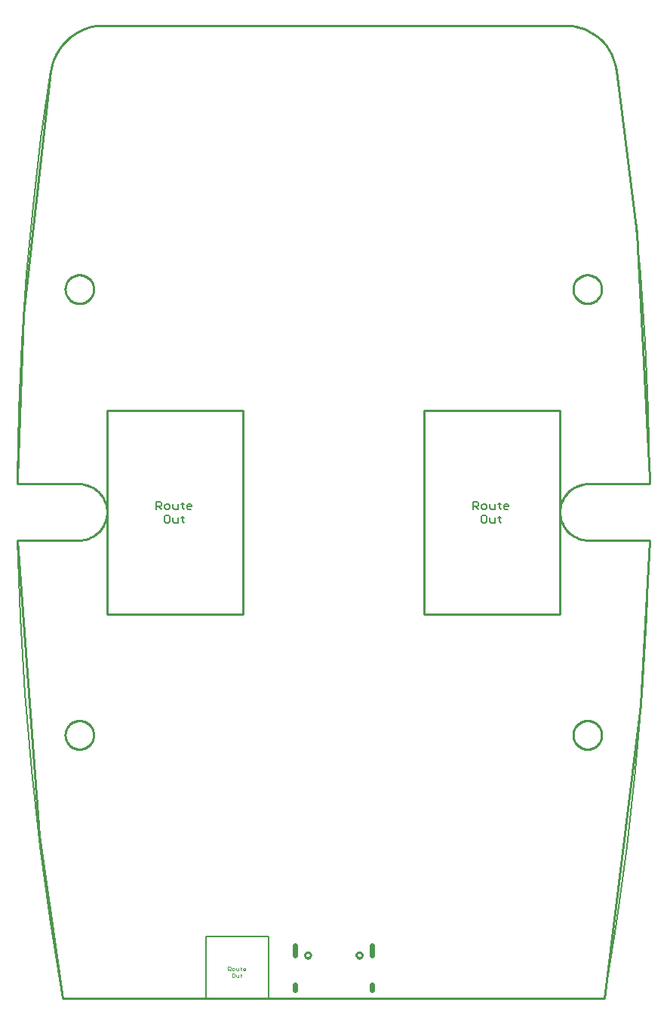
<source format=gko>
G04 EAGLE Gerber RS-274X export*
G75*
%MOMM*%
%FSLAX34Y34*%
%LPD*%
%IN*%
%IPPOS*%
%AMOC8*
5,1,8,0,0,1.08239X$1,22.5*%
G01*
%ADD10C,0.254000*%
%ADD11C,0.152400*%
%ADD12C,0.000000*%
%ADD13C,0.600000*%
%ADD14C,0.076200*%
%ADD15C,0.203200*%
%ADD16C,0.254000*%


D10*
X101600Y660400D02*
X254000Y660400D01*
X254000Y431800D01*
X101600Y431800D01*
X101600Y660400D01*
X457200Y660400D02*
X609600Y660400D01*
X609600Y431800D01*
X457200Y431800D01*
X457200Y660400D01*
D11*
X156733Y558045D02*
X156733Y549402D01*
X156733Y558045D02*
X161055Y558045D01*
X162495Y556605D01*
X162495Y553724D01*
X161055Y552283D01*
X156733Y552283D01*
X159614Y552283D02*
X162495Y549402D01*
X167529Y549402D02*
X170410Y549402D01*
X171851Y550843D01*
X171851Y553724D01*
X170410Y555164D01*
X167529Y555164D01*
X166088Y553724D01*
X166088Y550843D01*
X167529Y549402D01*
X175444Y550843D02*
X175444Y555164D01*
X175444Y550843D02*
X176884Y549402D01*
X181206Y549402D01*
X181206Y555164D01*
X186239Y556605D02*
X186239Y550843D01*
X187680Y549402D01*
X187680Y555164D02*
X184799Y555164D01*
X192476Y549402D02*
X195357Y549402D01*
X192476Y549402D02*
X191036Y550843D01*
X191036Y553724D01*
X192476Y555164D01*
X195357Y555164D01*
X196798Y553724D01*
X196798Y552283D01*
X191036Y552283D01*
X170410Y542805D02*
X167529Y542805D01*
X166088Y541365D01*
X166088Y535603D01*
X167529Y534162D01*
X170410Y534162D01*
X171851Y535603D01*
X171851Y541365D01*
X170410Y542805D01*
X175444Y539924D02*
X175444Y535603D01*
X176884Y534162D01*
X181206Y534162D01*
X181206Y539924D01*
X186239Y541365D02*
X186239Y535603D01*
X187680Y534162D01*
X187680Y539924D02*
X184799Y539924D01*
X512333Y549402D02*
X512333Y558045D01*
X516655Y558045D01*
X518095Y556605D01*
X518095Y553724D01*
X516655Y552283D01*
X512333Y552283D01*
X515214Y552283D02*
X518095Y549402D01*
X523129Y549402D02*
X526010Y549402D01*
X527451Y550843D01*
X527451Y553724D01*
X526010Y555164D01*
X523129Y555164D01*
X521688Y553724D01*
X521688Y550843D01*
X523129Y549402D01*
X531044Y550843D02*
X531044Y555164D01*
X531044Y550843D02*
X532484Y549402D01*
X536806Y549402D01*
X536806Y555164D01*
X541839Y556605D02*
X541839Y550843D01*
X543280Y549402D01*
X543280Y555164D02*
X540399Y555164D01*
X548076Y549402D02*
X550957Y549402D01*
X548076Y549402D02*
X546636Y550843D01*
X546636Y553724D01*
X548076Y555164D01*
X550957Y555164D01*
X552398Y553724D01*
X552398Y552283D01*
X546636Y552283D01*
X526010Y542805D02*
X523129Y542805D01*
X521688Y541365D01*
X521688Y535603D01*
X523129Y534162D01*
X526010Y534162D01*
X527451Y535603D01*
X527451Y541365D01*
X526010Y542805D01*
X531044Y539924D02*
X531044Y535603D01*
X532484Y534162D01*
X536806Y534162D01*
X536806Y539924D01*
X541839Y541365D02*
X541839Y535603D01*
X543280Y534162D01*
X543280Y539924D02*
X540399Y539924D01*
D12*
X323450Y49050D02*
X323452Y49163D01*
X323458Y49277D01*
X323468Y49390D01*
X323482Y49502D01*
X323499Y49614D01*
X323521Y49726D01*
X323547Y49836D01*
X323576Y49946D01*
X323609Y50054D01*
X323646Y50162D01*
X323687Y50267D01*
X323731Y50372D01*
X323779Y50475D01*
X323830Y50576D01*
X323885Y50675D01*
X323944Y50772D01*
X324006Y50867D01*
X324071Y50960D01*
X324139Y51051D01*
X324210Y51139D01*
X324285Y51225D01*
X324362Y51308D01*
X324442Y51388D01*
X324525Y51465D01*
X324611Y51540D01*
X324699Y51611D01*
X324790Y51679D01*
X324883Y51744D01*
X324978Y51806D01*
X325075Y51865D01*
X325174Y51920D01*
X325275Y51971D01*
X325378Y52019D01*
X325483Y52063D01*
X325588Y52104D01*
X325696Y52141D01*
X325804Y52174D01*
X325914Y52203D01*
X326024Y52229D01*
X326136Y52251D01*
X326248Y52268D01*
X326360Y52282D01*
X326473Y52292D01*
X326587Y52298D01*
X326700Y52300D01*
X326813Y52298D01*
X326927Y52292D01*
X327040Y52282D01*
X327152Y52268D01*
X327264Y52251D01*
X327376Y52229D01*
X327486Y52203D01*
X327596Y52174D01*
X327704Y52141D01*
X327812Y52104D01*
X327917Y52063D01*
X328022Y52019D01*
X328125Y51971D01*
X328226Y51920D01*
X328325Y51865D01*
X328422Y51806D01*
X328517Y51744D01*
X328610Y51679D01*
X328701Y51611D01*
X328789Y51540D01*
X328875Y51465D01*
X328958Y51388D01*
X329038Y51308D01*
X329115Y51225D01*
X329190Y51139D01*
X329261Y51051D01*
X329329Y50960D01*
X329394Y50867D01*
X329456Y50772D01*
X329515Y50675D01*
X329570Y50576D01*
X329621Y50475D01*
X329669Y50372D01*
X329713Y50267D01*
X329754Y50162D01*
X329791Y50054D01*
X329824Y49946D01*
X329853Y49836D01*
X329879Y49726D01*
X329901Y49614D01*
X329918Y49502D01*
X329932Y49390D01*
X329942Y49277D01*
X329948Y49163D01*
X329950Y49050D01*
X329948Y48937D01*
X329942Y48823D01*
X329932Y48710D01*
X329918Y48598D01*
X329901Y48486D01*
X329879Y48374D01*
X329853Y48264D01*
X329824Y48154D01*
X329791Y48046D01*
X329754Y47938D01*
X329713Y47833D01*
X329669Y47728D01*
X329621Y47625D01*
X329570Y47524D01*
X329515Y47425D01*
X329456Y47328D01*
X329394Y47233D01*
X329329Y47140D01*
X329261Y47049D01*
X329190Y46961D01*
X329115Y46875D01*
X329038Y46792D01*
X328958Y46712D01*
X328875Y46635D01*
X328789Y46560D01*
X328701Y46489D01*
X328610Y46421D01*
X328517Y46356D01*
X328422Y46294D01*
X328325Y46235D01*
X328226Y46180D01*
X328125Y46129D01*
X328022Y46081D01*
X327917Y46037D01*
X327812Y45996D01*
X327704Y45959D01*
X327596Y45926D01*
X327486Y45897D01*
X327376Y45871D01*
X327264Y45849D01*
X327152Y45832D01*
X327040Y45818D01*
X326927Y45808D01*
X326813Y45802D01*
X326700Y45800D01*
X326587Y45802D01*
X326473Y45808D01*
X326360Y45818D01*
X326248Y45832D01*
X326136Y45849D01*
X326024Y45871D01*
X325914Y45897D01*
X325804Y45926D01*
X325696Y45959D01*
X325588Y45996D01*
X325483Y46037D01*
X325378Y46081D01*
X325275Y46129D01*
X325174Y46180D01*
X325075Y46235D01*
X324978Y46294D01*
X324883Y46356D01*
X324790Y46421D01*
X324699Y46489D01*
X324611Y46560D01*
X324525Y46635D01*
X324442Y46712D01*
X324362Y46792D01*
X324285Y46875D01*
X324210Y46961D01*
X324139Y47049D01*
X324071Y47140D01*
X324006Y47233D01*
X323944Y47328D01*
X323885Y47425D01*
X323830Y47524D01*
X323779Y47625D01*
X323731Y47728D01*
X323687Y47833D01*
X323646Y47938D01*
X323609Y48046D01*
X323576Y48154D01*
X323547Y48264D01*
X323521Y48374D01*
X323499Y48486D01*
X323482Y48598D01*
X323468Y48710D01*
X323458Y48823D01*
X323452Y48937D01*
X323450Y49050D01*
X381250Y49050D02*
X381252Y49163D01*
X381258Y49277D01*
X381268Y49390D01*
X381282Y49502D01*
X381299Y49614D01*
X381321Y49726D01*
X381347Y49836D01*
X381376Y49946D01*
X381409Y50054D01*
X381446Y50162D01*
X381487Y50267D01*
X381531Y50372D01*
X381579Y50475D01*
X381630Y50576D01*
X381685Y50675D01*
X381744Y50772D01*
X381806Y50867D01*
X381871Y50960D01*
X381939Y51051D01*
X382010Y51139D01*
X382085Y51225D01*
X382162Y51308D01*
X382242Y51388D01*
X382325Y51465D01*
X382411Y51540D01*
X382499Y51611D01*
X382590Y51679D01*
X382683Y51744D01*
X382778Y51806D01*
X382875Y51865D01*
X382974Y51920D01*
X383075Y51971D01*
X383178Y52019D01*
X383283Y52063D01*
X383388Y52104D01*
X383496Y52141D01*
X383604Y52174D01*
X383714Y52203D01*
X383824Y52229D01*
X383936Y52251D01*
X384048Y52268D01*
X384160Y52282D01*
X384273Y52292D01*
X384387Y52298D01*
X384500Y52300D01*
X384613Y52298D01*
X384727Y52292D01*
X384840Y52282D01*
X384952Y52268D01*
X385064Y52251D01*
X385176Y52229D01*
X385286Y52203D01*
X385396Y52174D01*
X385504Y52141D01*
X385612Y52104D01*
X385717Y52063D01*
X385822Y52019D01*
X385925Y51971D01*
X386026Y51920D01*
X386125Y51865D01*
X386222Y51806D01*
X386317Y51744D01*
X386410Y51679D01*
X386501Y51611D01*
X386589Y51540D01*
X386675Y51465D01*
X386758Y51388D01*
X386838Y51308D01*
X386915Y51225D01*
X386990Y51139D01*
X387061Y51051D01*
X387129Y50960D01*
X387194Y50867D01*
X387256Y50772D01*
X387315Y50675D01*
X387370Y50576D01*
X387421Y50475D01*
X387469Y50372D01*
X387513Y50267D01*
X387554Y50162D01*
X387591Y50054D01*
X387624Y49946D01*
X387653Y49836D01*
X387679Y49726D01*
X387701Y49614D01*
X387718Y49502D01*
X387732Y49390D01*
X387742Y49277D01*
X387748Y49163D01*
X387750Y49050D01*
X387748Y48937D01*
X387742Y48823D01*
X387732Y48710D01*
X387718Y48598D01*
X387701Y48486D01*
X387679Y48374D01*
X387653Y48264D01*
X387624Y48154D01*
X387591Y48046D01*
X387554Y47938D01*
X387513Y47833D01*
X387469Y47728D01*
X387421Y47625D01*
X387370Y47524D01*
X387315Y47425D01*
X387256Y47328D01*
X387194Y47233D01*
X387129Y47140D01*
X387061Y47049D01*
X386990Y46961D01*
X386915Y46875D01*
X386838Y46792D01*
X386758Y46712D01*
X386675Y46635D01*
X386589Y46560D01*
X386501Y46489D01*
X386410Y46421D01*
X386317Y46356D01*
X386222Y46294D01*
X386125Y46235D01*
X386026Y46180D01*
X385925Y46129D01*
X385822Y46081D01*
X385717Y46037D01*
X385612Y45996D01*
X385504Y45959D01*
X385396Y45926D01*
X385286Y45897D01*
X385176Y45871D01*
X385064Y45849D01*
X384952Y45832D01*
X384840Y45818D01*
X384727Y45808D01*
X384613Y45802D01*
X384500Y45800D01*
X384387Y45802D01*
X384273Y45808D01*
X384160Y45818D01*
X384048Y45832D01*
X383936Y45849D01*
X383824Y45871D01*
X383714Y45897D01*
X383604Y45926D01*
X383496Y45959D01*
X383388Y45996D01*
X383283Y46037D01*
X383178Y46081D01*
X383075Y46129D01*
X382974Y46180D01*
X382875Y46235D01*
X382778Y46294D01*
X382683Y46356D01*
X382590Y46421D01*
X382499Y46489D01*
X382411Y46560D01*
X382325Y46635D01*
X382242Y46712D01*
X382162Y46792D01*
X382085Y46875D01*
X382010Y46961D01*
X381939Y47049D01*
X381871Y47140D01*
X381806Y47233D01*
X381744Y47328D01*
X381685Y47425D01*
X381630Y47524D01*
X381579Y47625D01*
X381531Y47728D01*
X381487Y47833D01*
X381446Y47938D01*
X381409Y48046D01*
X381376Y48154D01*
X381347Y48264D01*
X381321Y48374D01*
X381299Y48486D01*
X381282Y48598D01*
X381268Y48710D01*
X381258Y48823D01*
X381252Y48937D01*
X381250Y49050D01*
D13*
X312420Y48850D02*
X312420Y59850D01*
X398780Y59850D02*
X398780Y48850D01*
X312420Y15700D02*
X312420Y9500D01*
X398780Y9500D02*
X398780Y15700D01*
D11*
X283150Y0D02*
X283150Y70000D01*
X212150Y70000D01*
X212150Y0D01*
D14*
X237289Y31631D02*
X237289Y35873D01*
X239409Y35873D01*
X240116Y35166D01*
X240116Y33752D01*
X239409Y33045D01*
X237289Y33045D01*
X238702Y33045D02*
X240116Y31631D01*
X242599Y31631D02*
X244013Y31631D01*
X244720Y32338D01*
X244720Y33752D01*
X244013Y34459D01*
X242599Y34459D01*
X241892Y33752D01*
X241892Y32338D01*
X242599Y31631D01*
X246496Y32338D02*
X246496Y34459D01*
X246496Y32338D02*
X247203Y31631D01*
X249324Y31631D01*
X249324Y34459D01*
X251807Y35166D02*
X251807Y32338D01*
X252514Y31631D01*
X252514Y34459D02*
X251100Y34459D01*
X254876Y31631D02*
X256290Y31631D01*
X254876Y31631D02*
X254170Y32338D01*
X254170Y33752D01*
X254876Y34459D01*
X256290Y34459D01*
X256997Y33752D01*
X256997Y33045D01*
X254170Y33045D01*
X244013Y28373D02*
X242599Y28373D01*
X241892Y27666D01*
X241892Y24838D01*
X242599Y24131D01*
X244013Y24131D01*
X244720Y24838D01*
X244720Y27666D01*
X244013Y28373D01*
X246496Y26959D02*
X246496Y24838D01*
X247203Y24131D01*
X249324Y24131D01*
X249324Y26959D01*
X251807Y27666D02*
X251807Y24838D01*
X252514Y24131D01*
X252514Y26959D02*
X251100Y26959D01*
D15*
X51308Y381D02*
X659892Y381D01*
X621792Y1091819D02*
X89408Y1091819D01*
D12*
X54610Y296037D02*
X54615Y296430D01*
X54629Y296822D01*
X54653Y297214D01*
X54687Y297605D01*
X54730Y297996D01*
X54783Y298385D01*
X54846Y298773D01*
X54917Y299159D01*
X54999Y299543D01*
X55090Y299925D01*
X55190Y300305D01*
X55299Y300682D01*
X55418Y301057D01*
X55545Y301428D01*
X55682Y301796D01*
X55828Y302161D01*
X55983Y302522D01*
X56146Y302879D01*
X56319Y303232D01*
X56499Y303580D01*
X56689Y303924D01*
X56887Y304264D01*
X57093Y304598D01*
X57307Y304927D01*
X57529Y305251D01*
X57759Y305569D01*
X57997Y305882D01*
X58242Y306189D01*
X58495Y306489D01*
X58755Y306783D01*
X59023Y307071D01*
X59297Y307352D01*
X59578Y307626D01*
X59866Y307894D01*
X60160Y308154D01*
X60460Y308407D01*
X60767Y308652D01*
X61080Y308890D01*
X61398Y309120D01*
X61722Y309342D01*
X62051Y309556D01*
X62385Y309762D01*
X62725Y309960D01*
X63069Y310150D01*
X63417Y310330D01*
X63770Y310503D01*
X64127Y310666D01*
X64488Y310821D01*
X64853Y310967D01*
X65221Y311104D01*
X65592Y311231D01*
X65967Y311350D01*
X66344Y311459D01*
X66724Y311559D01*
X67106Y311650D01*
X67490Y311732D01*
X67876Y311803D01*
X68264Y311866D01*
X68653Y311919D01*
X69044Y311962D01*
X69435Y311996D01*
X69827Y312020D01*
X70219Y312034D01*
X70612Y312039D01*
X71005Y312034D01*
X71397Y312020D01*
X71789Y311996D01*
X72180Y311962D01*
X72571Y311919D01*
X72960Y311866D01*
X73348Y311803D01*
X73734Y311732D01*
X74118Y311650D01*
X74500Y311559D01*
X74880Y311459D01*
X75257Y311350D01*
X75632Y311231D01*
X76003Y311104D01*
X76371Y310967D01*
X76736Y310821D01*
X77097Y310666D01*
X77454Y310503D01*
X77807Y310330D01*
X78155Y310150D01*
X78499Y309960D01*
X78839Y309762D01*
X79173Y309556D01*
X79502Y309342D01*
X79826Y309120D01*
X80144Y308890D01*
X80457Y308652D01*
X80764Y308407D01*
X81064Y308154D01*
X81358Y307894D01*
X81646Y307626D01*
X81927Y307352D01*
X82201Y307071D01*
X82469Y306783D01*
X82729Y306489D01*
X82982Y306189D01*
X83227Y305882D01*
X83465Y305569D01*
X83695Y305251D01*
X83917Y304927D01*
X84131Y304598D01*
X84337Y304264D01*
X84535Y303924D01*
X84725Y303580D01*
X84905Y303232D01*
X85078Y302879D01*
X85241Y302522D01*
X85396Y302161D01*
X85542Y301796D01*
X85679Y301428D01*
X85806Y301057D01*
X85925Y300682D01*
X86034Y300305D01*
X86134Y299925D01*
X86225Y299543D01*
X86307Y299159D01*
X86378Y298773D01*
X86441Y298385D01*
X86494Y297996D01*
X86537Y297605D01*
X86571Y297214D01*
X86595Y296822D01*
X86609Y296430D01*
X86614Y296037D01*
X86609Y295644D01*
X86595Y295252D01*
X86571Y294860D01*
X86537Y294469D01*
X86494Y294078D01*
X86441Y293689D01*
X86378Y293301D01*
X86307Y292915D01*
X86225Y292531D01*
X86134Y292149D01*
X86034Y291769D01*
X85925Y291392D01*
X85806Y291017D01*
X85679Y290646D01*
X85542Y290278D01*
X85396Y289913D01*
X85241Y289552D01*
X85078Y289195D01*
X84905Y288842D01*
X84725Y288494D01*
X84535Y288150D01*
X84337Y287810D01*
X84131Y287476D01*
X83917Y287147D01*
X83695Y286823D01*
X83465Y286505D01*
X83227Y286192D01*
X82982Y285885D01*
X82729Y285585D01*
X82469Y285291D01*
X82201Y285003D01*
X81927Y284722D01*
X81646Y284448D01*
X81358Y284180D01*
X81064Y283920D01*
X80764Y283667D01*
X80457Y283422D01*
X80144Y283184D01*
X79826Y282954D01*
X79502Y282732D01*
X79173Y282518D01*
X78839Y282312D01*
X78499Y282114D01*
X78155Y281924D01*
X77807Y281744D01*
X77454Y281571D01*
X77097Y281408D01*
X76736Y281253D01*
X76371Y281107D01*
X76003Y280970D01*
X75632Y280843D01*
X75257Y280724D01*
X74880Y280615D01*
X74500Y280515D01*
X74118Y280424D01*
X73734Y280342D01*
X73348Y280271D01*
X72960Y280208D01*
X72571Y280155D01*
X72180Y280112D01*
X71789Y280078D01*
X71397Y280054D01*
X71005Y280040D01*
X70612Y280035D01*
X70219Y280040D01*
X69827Y280054D01*
X69435Y280078D01*
X69044Y280112D01*
X68653Y280155D01*
X68264Y280208D01*
X67876Y280271D01*
X67490Y280342D01*
X67106Y280424D01*
X66724Y280515D01*
X66344Y280615D01*
X65967Y280724D01*
X65592Y280843D01*
X65221Y280970D01*
X64853Y281107D01*
X64488Y281253D01*
X64127Y281408D01*
X63770Y281571D01*
X63417Y281744D01*
X63069Y281924D01*
X62725Y282114D01*
X62385Y282312D01*
X62051Y282518D01*
X61722Y282732D01*
X61398Y282954D01*
X61080Y283184D01*
X60767Y283422D01*
X60460Y283667D01*
X60160Y283920D01*
X59866Y284180D01*
X59578Y284448D01*
X59297Y284722D01*
X59023Y285003D01*
X58755Y285291D01*
X58495Y285585D01*
X58242Y285885D01*
X57997Y286192D01*
X57759Y286505D01*
X57529Y286823D01*
X57307Y287147D01*
X57093Y287476D01*
X56887Y287810D01*
X56689Y288150D01*
X56499Y288494D01*
X56319Y288842D01*
X56146Y289195D01*
X55983Y289552D01*
X55828Y289913D01*
X55682Y290278D01*
X55545Y290646D01*
X55418Y291017D01*
X55299Y291392D01*
X55190Y291769D01*
X55090Y292149D01*
X54999Y292531D01*
X54917Y292915D01*
X54846Y293301D01*
X54783Y293689D01*
X54730Y294078D01*
X54687Y294469D01*
X54653Y294860D01*
X54629Y295252D01*
X54615Y295644D01*
X54610Y296037D01*
X54610Y796163D02*
X54615Y796556D01*
X54629Y796948D01*
X54653Y797340D01*
X54687Y797731D01*
X54730Y798122D01*
X54783Y798511D01*
X54846Y798899D01*
X54917Y799285D01*
X54999Y799669D01*
X55090Y800051D01*
X55190Y800431D01*
X55299Y800808D01*
X55418Y801183D01*
X55545Y801554D01*
X55682Y801922D01*
X55828Y802287D01*
X55983Y802648D01*
X56146Y803005D01*
X56319Y803358D01*
X56499Y803706D01*
X56689Y804050D01*
X56887Y804390D01*
X57093Y804724D01*
X57307Y805053D01*
X57529Y805377D01*
X57759Y805695D01*
X57997Y806008D01*
X58242Y806315D01*
X58495Y806615D01*
X58755Y806909D01*
X59023Y807197D01*
X59297Y807478D01*
X59578Y807752D01*
X59866Y808020D01*
X60160Y808280D01*
X60460Y808533D01*
X60767Y808778D01*
X61080Y809016D01*
X61398Y809246D01*
X61722Y809468D01*
X62051Y809682D01*
X62385Y809888D01*
X62725Y810086D01*
X63069Y810276D01*
X63417Y810456D01*
X63770Y810629D01*
X64127Y810792D01*
X64488Y810947D01*
X64853Y811093D01*
X65221Y811230D01*
X65592Y811357D01*
X65967Y811476D01*
X66344Y811585D01*
X66724Y811685D01*
X67106Y811776D01*
X67490Y811858D01*
X67876Y811929D01*
X68264Y811992D01*
X68653Y812045D01*
X69044Y812088D01*
X69435Y812122D01*
X69827Y812146D01*
X70219Y812160D01*
X70612Y812165D01*
X71005Y812160D01*
X71397Y812146D01*
X71789Y812122D01*
X72180Y812088D01*
X72571Y812045D01*
X72960Y811992D01*
X73348Y811929D01*
X73734Y811858D01*
X74118Y811776D01*
X74500Y811685D01*
X74880Y811585D01*
X75257Y811476D01*
X75632Y811357D01*
X76003Y811230D01*
X76371Y811093D01*
X76736Y810947D01*
X77097Y810792D01*
X77454Y810629D01*
X77807Y810456D01*
X78155Y810276D01*
X78499Y810086D01*
X78839Y809888D01*
X79173Y809682D01*
X79502Y809468D01*
X79826Y809246D01*
X80144Y809016D01*
X80457Y808778D01*
X80764Y808533D01*
X81064Y808280D01*
X81358Y808020D01*
X81646Y807752D01*
X81927Y807478D01*
X82201Y807197D01*
X82469Y806909D01*
X82729Y806615D01*
X82982Y806315D01*
X83227Y806008D01*
X83465Y805695D01*
X83695Y805377D01*
X83917Y805053D01*
X84131Y804724D01*
X84337Y804390D01*
X84535Y804050D01*
X84725Y803706D01*
X84905Y803358D01*
X85078Y803005D01*
X85241Y802648D01*
X85396Y802287D01*
X85542Y801922D01*
X85679Y801554D01*
X85806Y801183D01*
X85925Y800808D01*
X86034Y800431D01*
X86134Y800051D01*
X86225Y799669D01*
X86307Y799285D01*
X86378Y798899D01*
X86441Y798511D01*
X86494Y798122D01*
X86537Y797731D01*
X86571Y797340D01*
X86595Y796948D01*
X86609Y796556D01*
X86614Y796163D01*
X86609Y795770D01*
X86595Y795378D01*
X86571Y794986D01*
X86537Y794595D01*
X86494Y794204D01*
X86441Y793815D01*
X86378Y793427D01*
X86307Y793041D01*
X86225Y792657D01*
X86134Y792275D01*
X86034Y791895D01*
X85925Y791518D01*
X85806Y791143D01*
X85679Y790772D01*
X85542Y790404D01*
X85396Y790039D01*
X85241Y789678D01*
X85078Y789321D01*
X84905Y788968D01*
X84725Y788620D01*
X84535Y788276D01*
X84337Y787936D01*
X84131Y787602D01*
X83917Y787273D01*
X83695Y786949D01*
X83465Y786631D01*
X83227Y786318D01*
X82982Y786011D01*
X82729Y785711D01*
X82469Y785417D01*
X82201Y785129D01*
X81927Y784848D01*
X81646Y784574D01*
X81358Y784306D01*
X81064Y784046D01*
X80764Y783793D01*
X80457Y783548D01*
X80144Y783310D01*
X79826Y783080D01*
X79502Y782858D01*
X79173Y782644D01*
X78839Y782438D01*
X78499Y782240D01*
X78155Y782050D01*
X77807Y781870D01*
X77454Y781697D01*
X77097Y781534D01*
X76736Y781379D01*
X76371Y781233D01*
X76003Y781096D01*
X75632Y780969D01*
X75257Y780850D01*
X74880Y780741D01*
X74500Y780641D01*
X74118Y780550D01*
X73734Y780468D01*
X73348Y780397D01*
X72960Y780334D01*
X72571Y780281D01*
X72180Y780238D01*
X71789Y780204D01*
X71397Y780180D01*
X71005Y780166D01*
X70612Y780161D01*
X70219Y780166D01*
X69827Y780180D01*
X69435Y780204D01*
X69044Y780238D01*
X68653Y780281D01*
X68264Y780334D01*
X67876Y780397D01*
X67490Y780468D01*
X67106Y780550D01*
X66724Y780641D01*
X66344Y780741D01*
X65967Y780850D01*
X65592Y780969D01*
X65221Y781096D01*
X64853Y781233D01*
X64488Y781379D01*
X64127Y781534D01*
X63770Y781697D01*
X63417Y781870D01*
X63069Y782050D01*
X62725Y782240D01*
X62385Y782438D01*
X62051Y782644D01*
X61722Y782858D01*
X61398Y783080D01*
X61080Y783310D01*
X60767Y783548D01*
X60460Y783793D01*
X60160Y784046D01*
X59866Y784306D01*
X59578Y784574D01*
X59297Y784848D01*
X59023Y785129D01*
X58755Y785417D01*
X58495Y785711D01*
X58242Y786011D01*
X57997Y786318D01*
X57759Y786631D01*
X57529Y786949D01*
X57307Y787273D01*
X57093Y787602D01*
X56887Y787936D01*
X56689Y788276D01*
X56499Y788620D01*
X56319Y788968D01*
X56146Y789321D01*
X55983Y789678D01*
X55828Y790039D01*
X55682Y790404D01*
X55545Y790772D01*
X55418Y791143D01*
X55299Y791518D01*
X55190Y791895D01*
X55090Y792275D01*
X54999Y792657D01*
X54917Y793041D01*
X54846Y793427D01*
X54783Y793815D01*
X54730Y794204D01*
X54687Y794595D01*
X54653Y794986D01*
X54629Y795378D01*
X54615Y795770D01*
X54610Y796163D01*
X624586Y796163D02*
X624591Y796556D01*
X624605Y796948D01*
X624629Y797340D01*
X624663Y797731D01*
X624706Y798122D01*
X624759Y798511D01*
X624822Y798899D01*
X624893Y799285D01*
X624975Y799669D01*
X625066Y800051D01*
X625166Y800431D01*
X625275Y800808D01*
X625394Y801183D01*
X625521Y801554D01*
X625658Y801922D01*
X625804Y802287D01*
X625959Y802648D01*
X626122Y803005D01*
X626295Y803358D01*
X626475Y803706D01*
X626665Y804050D01*
X626863Y804390D01*
X627069Y804724D01*
X627283Y805053D01*
X627505Y805377D01*
X627735Y805695D01*
X627973Y806008D01*
X628218Y806315D01*
X628471Y806615D01*
X628731Y806909D01*
X628999Y807197D01*
X629273Y807478D01*
X629554Y807752D01*
X629842Y808020D01*
X630136Y808280D01*
X630436Y808533D01*
X630743Y808778D01*
X631056Y809016D01*
X631374Y809246D01*
X631698Y809468D01*
X632027Y809682D01*
X632361Y809888D01*
X632701Y810086D01*
X633045Y810276D01*
X633393Y810456D01*
X633746Y810629D01*
X634103Y810792D01*
X634464Y810947D01*
X634829Y811093D01*
X635197Y811230D01*
X635568Y811357D01*
X635943Y811476D01*
X636320Y811585D01*
X636700Y811685D01*
X637082Y811776D01*
X637466Y811858D01*
X637852Y811929D01*
X638240Y811992D01*
X638629Y812045D01*
X639020Y812088D01*
X639411Y812122D01*
X639803Y812146D01*
X640195Y812160D01*
X640588Y812165D01*
X640981Y812160D01*
X641373Y812146D01*
X641765Y812122D01*
X642156Y812088D01*
X642547Y812045D01*
X642936Y811992D01*
X643324Y811929D01*
X643710Y811858D01*
X644094Y811776D01*
X644476Y811685D01*
X644856Y811585D01*
X645233Y811476D01*
X645608Y811357D01*
X645979Y811230D01*
X646347Y811093D01*
X646712Y810947D01*
X647073Y810792D01*
X647430Y810629D01*
X647783Y810456D01*
X648131Y810276D01*
X648475Y810086D01*
X648815Y809888D01*
X649149Y809682D01*
X649478Y809468D01*
X649802Y809246D01*
X650120Y809016D01*
X650433Y808778D01*
X650740Y808533D01*
X651040Y808280D01*
X651334Y808020D01*
X651622Y807752D01*
X651903Y807478D01*
X652177Y807197D01*
X652445Y806909D01*
X652705Y806615D01*
X652958Y806315D01*
X653203Y806008D01*
X653441Y805695D01*
X653671Y805377D01*
X653893Y805053D01*
X654107Y804724D01*
X654313Y804390D01*
X654511Y804050D01*
X654701Y803706D01*
X654881Y803358D01*
X655054Y803005D01*
X655217Y802648D01*
X655372Y802287D01*
X655518Y801922D01*
X655655Y801554D01*
X655782Y801183D01*
X655901Y800808D01*
X656010Y800431D01*
X656110Y800051D01*
X656201Y799669D01*
X656283Y799285D01*
X656354Y798899D01*
X656417Y798511D01*
X656470Y798122D01*
X656513Y797731D01*
X656547Y797340D01*
X656571Y796948D01*
X656585Y796556D01*
X656590Y796163D01*
X656585Y795770D01*
X656571Y795378D01*
X656547Y794986D01*
X656513Y794595D01*
X656470Y794204D01*
X656417Y793815D01*
X656354Y793427D01*
X656283Y793041D01*
X656201Y792657D01*
X656110Y792275D01*
X656010Y791895D01*
X655901Y791518D01*
X655782Y791143D01*
X655655Y790772D01*
X655518Y790404D01*
X655372Y790039D01*
X655217Y789678D01*
X655054Y789321D01*
X654881Y788968D01*
X654701Y788620D01*
X654511Y788276D01*
X654313Y787936D01*
X654107Y787602D01*
X653893Y787273D01*
X653671Y786949D01*
X653441Y786631D01*
X653203Y786318D01*
X652958Y786011D01*
X652705Y785711D01*
X652445Y785417D01*
X652177Y785129D01*
X651903Y784848D01*
X651622Y784574D01*
X651334Y784306D01*
X651040Y784046D01*
X650740Y783793D01*
X650433Y783548D01*
X650120Y783310D01*
X649802Y783080D01*
X649478Y782858D01*
X649149Y782644D01*
X648815Y782438D01*
X648475Y782240D01*
X648131Y782050D01*
X647783Y781870D01*
X647430Y781697D01*
X647073Y781534D01*
X646712Y781379D01*
X646347Y781233D01*
X645979Y781096D01*
X645608Y780969D01*
X645233Y780850D01*
X644856Y780741D01*
X644476Y780641D01*
X644094Y780550D01*
X643710Y780468D01*
X643324Y780397D01*
X642936Y780334D01*
X642547Y780281D01*
X642156Y780238D01*
X641765Y780204D01*
X641373Y780180D01*
X640981Y780166D01*
X640588Y780161D01*
X640195Y780166D01*
X639803Y780180D01*
X639411Y780204D01*
X639020Y780238D01*
X638629Y780281D01*
X638240Y780334D01*
X637852Y780397D01*
X637466Y780468D01*
X637082Y780550D01*
X636700Y780641D01*
X636320Y780741D01*
X635943Y780850D01*
X635568Y780969D01*
X635197Y781096D01*
X634829Y781233D01*
X634464Y781379D01*
X634103Y781534D01*
X633746Y781697D01*
X633393Y781870D01*
X633045Y782050D01*
X632701Y782240D01*
X632361Y782438D01*
X632027Y782644D01*
X631698Y782858D01*
X631374Y783080D01*
X631056Y783310D01*
X630743Y783548D01*
X630436Y783793D01*
X630136Y784046D01*
X629842Y784306D01*
X629554Y784574D01*
X629273Y784848D01*
X628999Y785129D01*
X628731Y785417D01*
X628471Y785711D01*
X628218Y786011D01*
X627973Y786318D01*
X627735Y786631D01*
X627505Y786949D01*
X627283Y787273D01*
X627069Y787602D01*
X626863Y787936D01*
X626665Y788276D01*
X626475Y788620D01*
X626295Y788968D01*
X626122Y789321D01*
X625959Y789678D01*
X625804Y790039D01*
X625658Y790404D01*
X625521Y790772D01*
X625394Y791143D01*
X625275Y791518D01*
X625166Y791895D01*
X625066Y792275D01*
X624975Y792657D01*
X624893Y793041D01*
X624822Y793427D01*
X624759Y793815D01*
X624706Y794204D01*
X624663Y794595D01*
X624629Y794986D01*
X624605Y795378D01*
X624591Y795770D01*
X624586Y796163D01*
X624586Y296037D02*
X624591Y296430D01*
X624605Y296822D01*
X624629Y297214D01*
X624663Y297605D01*
X624706Y297996D01*
X624759Y298385D01*
X624822Y298773D01*
X624893Y299159D01*
X624975Y299543D01*
X625066Y299925D01*
X625166Y300305D01*
X625275Y300682D01*
X625394Y301057D01*
X625521Y301428D01*
X625658Y301796D01*
X625804Y302161D01*
X625959Y302522D01*
X626122Y302879D01*
X626295Y303232D01*
X626475Y303580D01*
X626665Y303924D01*
X626863Y304264D01*
X627069Y304598D01*
X627283Y304927D01*
X627505Y305251D01*
X627735Y305569D01*
X627973Y305882D01*
X628218Y306189D01*
X628471Y306489D01*
X628731Y306783D01*
X628999Y307071D01*
X629273Y307352D01*
X629554Y307626D01*
X629842Y307894D01*
X630136Y308154D01*
X630436Y308407D01*
X630743Y308652D01*
X631056Y308890D01*
X631374Y309120D01*
X631698Y309342D01*
X632027Y309556D01*
X632361Y309762D01*
X632701Y309960D01*
X633045Y310150D01*
X633393Y310330D01*
X633746Y310503D01*
X634103Y310666D01*
X634464Y310821D01*
X634829Y310967D01*
X635197Y311104D01*
X635568Y311231D01*
X635943Y311350D01*
X636320Y311459D01*
X636700Y311559D01*
X637082Y311650D01*
X637466Y311732D01*
X637852Y311803D01*
X638240Y311866D01*
X638629Y311919D01*
X639020Y311962D01*
X639411Y311996D01*
X639803Y312020D01*
X640195Y312034D01*
X640588Y312039D01*
X640981Y312034D01*
X641373Y312020D01*
X641765Y311996D01*
X642156Y311962D01*
X642547Y311919D01*
X642936Y311866D01*
X643324Y311803D01*
X643710Y311732D01*
X644094Y311650D01*
X644476Y311559D01*
X644856Y311459D01*
X645233Y311350D01*
X645608Y311231D01*
X645979Y311104D01*
X646347Y310967D01*
X646712Y310821D01*
X647073Y310666D01*
X647430Y310503D01*
X647783Y310330D01*
X648131Y310150D01*
X648475Y309960D01*
X648815Y309762D01*
X649149Y309556D01*
X649478Y309342D01*
X649802Y309120D01*
X650120Y308890D01*
X650433Y308652D01*
X650740Y308407D01*
X651040Y308154D01*
X651334Y307894D01*
X651622Y307626D01*
X651903Y307352D01*
X652177Y307071D01*
X652445Y306783D01*
X652705Y306489D01*
X652958Y306189D01*
X653203Y305882D01*
X653441Y305569D01*
X653671Y305251D01*
X653893Y304927D01*
X654107Y304598D01*
X654313Y304264D01*
X654511Y303924D01*
X654701Y303580D01*
X654881Y303232D01*
X655054Y302879D01*
X655217Y302522D01*
X655372Y302161D01*
X655518Y301796D01*
X655655Y301428D01*
X655782Y301057D01*
X655901Y300682D01*
X656010Y300305D01*
X656110Y299925D01*
X656201Y299543D01*
X656283Y299159D01*
X656354Y298773D01*
X656417Y298385D01*
X656470Y297996D01*
X656513Y297605D01*
X656547Y297214D01*
X656571Y296822D01*
X656585Y296430D01*
X656590Y296037D01*
X656585Y295644D01*
X656571Y295252D01*
X656547Y294860D01*
X656513Y294469D01*
X656470Y294078D01*
X656417Y293689D01*
X656354Y293301D01*
X656283Y292915D01*
X656201Y292531D01*
X656110Y292149D01*
X656010Y291769D01*
X655901Y291392D01*
X655782Y291017D01*
X655655Y290646D01*
X655518Y290278D01*
X655372Y289913D01*
X655217Y289552D01*
X655054Y289195D01*
X654881Y288842D01*
X654701Y288494D01*
X654511Y288150D01*
X654313Y287810D01*
X654107Y287476D01*
X653893Y287147D01*
X653671Y286823D01*
X653441Y286505D01*
X653203Y286192D01*
X652958Y285885D01*
X652705Y285585D01*
X652445Y285291D01*
X652177Y285003D01*
X651903Y284722D01*
X651622Y284448D01*
X651334Y284180D01*
X651040Y283920D01*
X650740Y283667D01*
X650433Y283422D01*
X650120Y283184D01*
X649802Y282954D01*
X649478Y282732D01*
X649149Y282518D01*
X648815Y282312D01*
X648475Y282114D01*
X648131Y281924D01*
X647783Y281744D01*
X647430Y281571D01*
X647073Y281408D01*
X646712Y281253D01*
X646347Y281107D01*
X645979Y280970D01*
X645608Y280843D01*
X645233Y280724D01*
X644856Y280615D01*
X644476Y280515D01*
X644094Y280424D01*
X643710Y280342D01*
X643324Y280271D01*
X642936Y280208D01*
X642547Y280155D01*
X642156Y280112D01*
X641765Y280078D01*
X641373Y280054D01*
X640981Y280040D01*
X640588Y280035D01*
X640195Y280040D01*
X639803Y280054D01*
X639411Y280078D01*
X639020Y280112D01*
X638629Y280155D01*
X638240Y280208D01*
X637852Y280271D01*
X637466Y280342D01*
X637082Y280424D01*
X636700Y280515D01*
X636320Y280615D01*
X635943Y280724D01*
X635568Y280843D01*
X635197Y280970D01*
X634829Y281107D01*
X634464Y281253D01*
X634103Y281408D01*
X633746Y281571D01*
X633393Y281744D01*
X633045Y281924D01*
X632701Y282114D01*
X632361Y282312D01*
X632027Y282518D01*
X631698Y282732D01*
X631374Y282954D01*
X631056Y283184D01*
X630743Y283422D01*
X630436Y283667D01*
X630136Y283920D01*
X629842Y284180D01*
X629554Y284448D01*
X629273Y284722D01*
X628999Y285003D01*
X628731Y285291D01*
X628471Y285585D01*
X628218Y285885D01*
X627973Y286192D01*
X627735Y286505D01*
X627505Y286823D01*
X627283Y287147D01*
X627069Y287476D01*
X626863Y287810D01*
X626665Y288150D01*
X626475Y288494D01*
X626295Y288842D01*
X626122Y289195D01*
X625959Y289552D01*
X625804Y289913D01*
X625658Y290278D01*
X625521Y290646D01*
X625394Y291017D01*
X625275Y291392D01*
X625166Y291769D01*
X625066Y292149D01*
X624975Y292531D01*
X624893Y292915D01*
X624822Y293301D01*
X624759Y293689D01*
X624706Y294078D01*
X624663Y294469D01*
X624629Y294860D01*
X624605Y295252D01*
X624591Y295644D01*
X624586Y296037D01*
D15*
X69850Y514477D02*
X508Y514477D01*
X508Y577723D02*
X69850Y577723D01*
X508Y577723D02*
X508Y584200D01*
X508Y514477D02*
X4122Y428388D01*
X9682Y342404D01*
X17185Y256567D01*
X26627Y170921D01*
X38003Y85511D01*
X51308Y381D01*
X38481Y1041400D02*
X38735Y1042851D01*
X39025Y1044295D01*
X39350Y1045732D01*
X39709Y1047161D01*
X40103Y1048581D01*
X40531Y1049990D01*
X40993Y1051389D01*
X41488Y1052777D01*
X42017Y1054152D01*
X42579Y1055514D01*
X43174Y1056862D01*
X43801Y1058195D01*
X44460Y1059512D01*
X45151Y1060813D01*
X45874Y1062098D01*
X46627Y1063364D01*
X47410Y1064611D01*
X48223Y1065840D01*
X49066Y1067048D01*
X49938Y1068236D01*
X50838Y1069402D01*
X51767Y1070546D01*
X52722Y1071668D01*
X53705Y1072765D01*
X54713Y1073839D01*
X55748Y1074888D01*
X56807Y1075912D01*
X57891Y1076910D01*
X58999Y1077881D01*
X60129Y1078826D01*
X61283Y1079742D01*
X62458Y1080631D01*
X63654Y1081491D01*
X64871Y1082321D01*
X66107Y1083122D01*
X67363Y1083893D01*
X68637Y1084634D01*
X69928Y1085343D01*
X71236Y1086021D01*
X72560Y1086667D01*
X73899Y1087281D01*
X75253Y1087862D01*
X76621Y1088410D01*
X78001Y1088925D01*
X79393Y1089407D01*
X80797Y1089855D01*
X82211Y1090269D01*
X83634Y1090648D01*
X85067Y1090993D01*
X86507Y1091303D01*
X87954Y1091578D01*
X89408Y1091819D01*
X38481Y1041400D02*
X27540Y965658D01*
X18439Y889674D01*
X11181Y813491D01*
X5771Y737154D01*
X2213Y660709D01*
X508Y584200D01*
X69850Y577723D02*
X70620Y577714D01*
X71390Y577685D01*
X72158Y577639D01*
X72926Y577573D01*
X73691Y577489D01*
X74454Y577386D01*
X75215Y577265D01*
X75972Y577125D01*
X76726Y576966D01*
X77475Y576790D01*
X78220Y576595D01*
X78961Y576382D01*
X79695Y576151D01*
X80424Y575903D01*
X81147Y575636D01*
X81863Y575353D01*
X82571Y575051D01*
X83273Y574733D01*
X83966Y574398D01*
X84651Y574046D01*
X85327Y573677D01*
X85994Y573292D01*
X86651Y572891D01*
X87299Y572474D01*
X87936Y572041D01*
X88562Y571593D01*
X89177Y571129D01*
X89781Y570651D01*
X90373Y570159D01*
X90953Y569652D01*
X91520Y569131D01*
X92074Y568597D01*
X92616Y568049D01*
X93143Y567488D01*
X93657Y566914D01*
X94157Y566328D01*
X94642Y565730D01*
X95113Y565121D01*
X95569Y564500D01*
X96009Y563868D01*
X96434Y563226D01*
X96843Y562574D01*
X97236Y561912D01*
X97613Y561240D01*
X97974Y560559D01*
X98317Y559870D01*
X98644Y559173D01*
X98954Y558468D01*
X99247Y557756D01*
X99522Y557036D01*
X99779Y556310D01*
X100019Y555579D01*
X100241Y554841D01*
X100445Y554099D01*
X100630Y553351D01*
X100798Y552599D01*
X100947Y551844D01*
X101078Y551085D01*
X101190Y550323D01*
X101283Y549559D01*
X101358Y548792D01*
X101414Y548024D01*
X101452Y547255D01*
X101471Y546485D01*
X101471Y545715D01*
X101452Y544945D01*
X101414Y544176D01*
X101358Y543408D01*
X101283Y542641D01*
X101190Y541877D01*
X101078Y541115D01*
X100947Y540356D01*
X100798Y539601D01*
X100630Y538849D01*
X100445Y538101D01*
X100241Y537359D01*
X100019Y536621D01*
X99779Y535890D01*
X99522Y535164D01*
X99247Y534444D01*
X98954Y533732D01*
X98644Y533027D01*
X98317Y532330D01*
X97974Y531641D01*
X97613Y530960D01*
X97236Y530289D01*
X96843Y529626D01*
X96434Y528974D01*
X96009Y528332D01*
X95569Y527700D01*
X95113Y527079D01*
X94642Y526470D01*
X94157Y525872D01*
X93657Y525286D01*
X93143Y524712D01*
X92616Y524151D01*
X92074Y523603D01*
X91520Y523069D01*
X90953Y522548D01*
X90373Y522041D01*
X89781Y521549D01*
X89177Y521071D01*
X88562Y520607D01*
X87936Y520159D01*
X87299Y519726D01*
X86651Y519309D01*
X85994Y518908D01*
X85327Y518523D01*
X84651Y518154D01*
X83966Y517802D01*
X83273Y517467D01*
X82571Y517149D01*
X81863Y516847D01*
X81147Y516564D01*
X80424Y516297D01*
X79695Y516049D01*
X78961Y515818D01*
X78220Y515605D01*
X77475Y515410D01*
X76726Y515234D01*
X75972Y515075D01*
X75215Y514935D01*
X74454Y514814D01*
X73691Y514711D01*
X72926Y514627D01*
X72158Y514561D01*
X71390Y514515D01*
X70620Y514486D01*
X69850Y514477D01*
X641350Y514477D02*
X710692Y514477D01*
X710692Y577723D02*
X641350Y577723D01*
X710692Y577723D02*
X710692Y584200D01*
X710692Y514477D02*
X707078Y428388D01*
X701518Y342404D01*
X694015Y256567D01*
X684573Y170921D01*
X673197Y85511D01*
X659892Y381D01*
X672718Y1041400D02*
X672538Y1042796D01*
X672324Y1044187D01*
X672075Y1045572D01*
X671793Y1046950D01*
X671477Y1048322D01*
X671128Y1049685D01*
X670745Y1051039D01*
X670329Y1052383D01*
X669880Y1053717D01*
X669399Y1055039D01*
X668886Y1056349D01*
X668340Y1057646D01*
X667763Y1058930D01*
X667154Y1060198D01*
X666515Y1061452D01*
X665845Y1062689D01*
X665145Y1063910D01*
X664415Y1065113D01*
X663656Y1066298D01*
X662868Y1067464D01*
X662052Y1068610D01*
X661208Y1069736D01*
X660337Y1070841D01*
X659439Y1071924D01*
X658514Y1072985D01*
X657564Y1074023D01*
X656588Y1075037D01*
X655588Y1076027D01*
X654564Y1076992D01*
X653517Y1077932D01*
X652447Y1078846D01*
X651355Y1079733D01*
X650241Y1080594D01*
X649107Y1081426D01*
X647953Y1082231D01*
X646779Y1083007D01*
X645586Y1083754D01*
X644376Y1084472D01*
X643148Y1085160D01*
X641904Y1085817D01*
X640644Y1086444D01*
X639370Y1087040D01*
X638080Y1087604D01*
X636778Y1088136D01*
X635463Y1088637D01*
X634136Y1089105D01*
X632798Y1089540D01*
X631449Y1089943D01*
X630091Y1090312D01*
X628725Y1090648D01*
X627351Y1090950D01*
X625969Y1091218D01*
X624582Y1091453D01*
X623189Y1091653D01*
X621792Y1091819D01*
X672719Y1041400D02*
X683660Y965658D01*
X692761Y889674D01*
X700019Y813491D01*
X705429Y737154D01*
X708987Y660709D01*
X710692Y584200D01*
X641350Y577723D02*
X640580Y577714D01*
X639810Y577685D01*
X639042Y577639D01*
X638274Y577573D01*
X637509Y577489D01*
X636746Y577386D01*
X635985Y577265D01*
X635228Y577125D01*
X634474Y576966D01*
X633725Y576790D01*
X632980Y576595D01*
X632239Y576382D01*
X631505Y576151D01*
X630776Y575903D01*
X630053Y575636D01*
X629337Y575353D01*
X628629Y575051D01*
X627927Y574733D01*
X627234Y574398D01*
X626549Y574046D01*
X625873Y573677D01*
X625206Y573292D01*
X624549Y572891D01*
X623901Y572474D01*
X623264Y572041D01*
X622638Y571593D01*
X622023Y571129D01*
X621419Y570651D01*
X620827Y570159D01*
X620247Y569652D01*
X619680Y569131D01*
X619126Y568597D01*
X618584Y568049D01*
X618057Y567488D01*
X617543Y566914D01*
X617043Y566328D01*
X616558Y565730D01*
X616087Y565121D01*
X615631Y564500D01*
X615191Y563868D01*
X614766Y563226D01*
X614357Y562574D01*
X613964Y561912D01*
X613587Y561240D01*
X613226Y560559D01*
X612883Y559870D01*
X612556Y559173D01*
X612246Y558468D01*
X611953Y557756D01*
X611678Y557036D01*
X611421Y556310D01*
X611181Y555579D01*
X610959Y554841D01*
X610755Y554099D01*
X610570Y553351D01*
X610402Y552599D01*
X610253Y551844D01*
X610122Y551085D01*
X610010Y550323D01*
X609917Y549559D01*
X609842Y548792D01*
X609786Y548024D01*
X609748Y547255D01*
X609729Y546485D01*
X609729Y545715D01*
X609748Y544945D01*
X609786Y544176D01*
X609842Y543408D01*
X609917Y542641D01*
X610010Y541877D01*
X610122Y541115D01*
X610253Y540356D01*
X610402Y539601D01*
X610570Y538849D01*
X610755Y538101D01*
X610959Y537359D01*
X611181Y536621D01*
X611421Y535890D01*
X611678Y535164D01*
X611953Y534444D01*
X612246Y533732D01*
X612556Y533027D01*
X612883Y532330D01*
X613226Y531641D01*
X613587Y530960D01*
X613964Y530288D01*
X614357Y529626D01*
X614766Y528974D01*
X615191Y528332D01*
X615631Y527700D01*
X616087Y527079D01*
X616558Y526470D01*
X617043Y525872D01*
X617543Y525286D01*
X618057Y524712D01*
X618584Y524151D01*
X619126Y523603D01*
X619680Y523069D01*
X620247Y522548D01*
X620827Y522041D01*
X621419Y521549D01*
X622023Y521071D01*
X622638Y520607D01*
X623264Y520159D01*
X623901Y519726D01*
X624549Y519309D01*
X625206Y518908D01*
X625873Y518523D01*
X626549Y518154D01*
X627234Y517802D01*
X627927Y517467D01*
X628629Y517149D01*
X629337Y516847D01*
X630053Y516564D01*
X630776Y516297D01*
X631505Y516049D01*
X632239Y515818D01*
X632980Y515605D01*
X633725Y515410D01*
X634474Y515234D01*
X635228Y515075D01*
X635985Y514935D01*
X636746Y514814D01*
X637509Y514711D01*
X638274Y514627D01*
X639042Y514561D01*
X639810Y514515D01*
X640580Y514486D01*
X641350Y514477D01*
D16*
X508Y514477D02*
X25174Y183017D01*
X51308Y381D01*
X659892Y381D01*
X700575Y330259D01*
X710692Y514477D01*
X641350Y514477D01*
X638594Y514597D01*
X635859Y514957D01*
X633165Y515555D01*
X630534Y516384D01*
X627986Y517440D01*
X625539Y518714D01*
X623212Y520196D01*
X621023Y521875D01*
X618989Y523739D01*
X617125Y525773D01*
X615446Y527962D01*
X613964Y530289D01*
X612690Y532736D01*
X611634Y535284D01*
X610805Y537915D01*
X610207Y540609D01*
X609847Y543344D01*
X609727Y546100D01*
X609847Y548856D01*
X610207Y551591D01*
X610805Y554285D01*
X611634Y556916D01*
X612690Y559464D01*
X613964Y561912D01*
X615446Y564238D01*
X617125Y566427D01*
X618989Y568461D01*
X621023Y570325D01*
X623212Y572004D01*
X625539Y573486D01*
X627986Y574760D01*
X630534Y575816D01*
X633165Y576645D01*
X635859Y577243D01*
X638594Y577603D01*
X641350Y577723D01*
X710692Y577723D01*
X710692Y584200D01*
X695880Y859286D01*
X672719Y1041400D01*
X671922Y1046343D01*
X670698Y1051198D01*
X669055Y1055928D01*
X667007Y1060496D01*
X664567Y1064869D01*
X661757Y1069012D01*
X658595Y1072894D01*
X655107Y1076487D01*
X651320Y1079761D01*
X647261Y1082693D01*
X642963Y1085260D01*
X638457Y1087443D01*
X633778Y1089225D01*
X628961Y1090592D01*
X624044Y1091534D01*
X621792Y1091819D01*
X89408Y1091819D01*
X84194Y1090788D01*
X79089Y1089306D01*
X74134Y1087384D01*
X69364Y1085038D01*
X64817Y1082286D01*
X60527Y1079147D01*
X56528Y1075647D01*
X52848Y1071811D01*
X49517Y1067670D01*
X46559Y1063253D01*
X43998Y1058596D01*
X41852Y1053733D01*
X40138Y1048702D01*
X38869Y1043540D01*
X38481Y1041400D01*
X7708Y767639D01*
X508Y584200D01*
X508Y577723D01*
X69850Y577723D01*
X72606Y577603D01*
X75341Y577243D01*
X78035Y576645D01*
X80666Y575816D01*
X83214Y574760D01*
X85662Y573486D01*
X87988Y572004D01*
X90177Y570325D01*
X92211Y568461D01*
X94075Y566427D01*
X95754Y564238D01*
X97236Y561912D01*
X98510Y559464D01*
X99566Y556916D01*
X100395Y554285D01*
X100993Y551591D01*
X101353Y548856D01*
X101473Y546100D01*
X101353Y543344D01*
X100993Y540609D01*
X100395Y537915D01*
X99566Y535284D01*
X98510Y532736D01*
X97236Y530289D01*
X95754Y527962D01*
X94075Y525773D01*
X92211Y523739D01*
X90177Y521875D01*
X87988Y520196D01*
X85662Y518714D01*
X83214Y517440D01*
X80666Y516384D01*
X78035Y515555D01*
X75341Y514957D01*
X72606Y514597D01*
X69850Y514477D01*
X508Y514477D01*
X101600Y431800D02*
X254000Y431800D01*
X254000Y660400D01*
X101600Y660400D01*
X101600Y431800D01*
X457200Y431800D02*
X609600Y431800D01*
X609600Y660400D01*
X457200Y660400D01*
X457200Y431800D01*
X329950Y48837D02*
X329894Y48415D01*
X329784Y48003D01*
X329621Y47609D01*
X329408Y47241D01*
X329149Y46903D01*
X328847Y46601D01*
X328509Y46342D01*
X328141Y46129D01*
X327747Y45966D01*
X327335Y45856D01*
X326913Y45800D01*
X326487Y45800D01*
X326065Y45856D01*
X325653Y45966D01*
X325259Y46129D01*
X324891Y46342D01*
X324553Y46601D01*
X324251Y46903D01*
X323992Y47241D01*
X323779Y47609D01*
X323616Y48003D01*
X323506Y48415D01*
X323450Y48837D01*
X323450Y49263D01*
X323506Y49685D01*
X323616Y50097D01*
X323779Y50491D01*
X323992Y50859D01*
X324251Y51197D01*
X324553Y51499D01*
X324891Y51758D01*
X325259Y51971D01*
X325653Y52134D01*
X326065Y52244D01*
X326487Y52300D01*
X326913Y52300D01*
X327335Y52244D01*
X327747Y52134D01*
X328141Y51971D01*
X328509Y51758D01*
X328847Y51499D01*
X329149Y51197D01*
X329408Y50859D01*
X329621Y50491D01*
X329784Y50097D01*
X329894Y49685D01*
X329950Y49263D01*
X329950Y48837D01*
X387750Y48837D02*
X387694Y48415D01*
X387584Y48003D01*
X387421Y47609D01*
X387208Y47241D01*
X386949Y46903D01*
X386647Y46601D01*
X386309Y46342D01*
X385941Y46129D01*
X385547Y45966D01*
X385135Y45856D01*
X384713Y45800D01*
X384287Y45800D01*
X383865Y45856D01*
X383453Y45966D01*
X383059Y46129D01*
X382691Y46342D01*
X382353Y46601D01*
X382051Y46903D01*
X381792Y47241D01*
X381579Y47609D01*
X381416Y48003D01*
X381306Y48415D01*
X381250Y48837D01*
X381250Y49263D01*
X381306Y49685D01*
X381416Y50097D01*
X381579Y50491D01*
X381792Y50859D01*
X382051Y51197D01*
X382353Y51499D01*
X382691Y51758D01*
X383059Y51971D01*
X383453Y52134D01*
X383865Y52244D01*
X384287Y52300D01*
X384713Y52300D01*
X385135Y52244D01*
X385547Y52134D01*
X385941Y51971D01*
X386309Y51758D01*
X386647Y51499D01*
X386949Y51197D01*
X387208Y50859D01*
X387421Y50491D01*
X387584Y50097D01*
X387694Y49685D01*
X387750Y49263D01*
X387750Y48837D01*
X71136Y312039D02*
X72181Y311970D01*
X73220Y311834D01*
X74248Y311629D01*
X75260Y311358D01*
X76252Y311021D01*
X77220Y310620D01*
X78159Y310157D01*
X79067Y309633D01*
X79938Y309051D01*
X80769Y308413D01*
X81557Y307723D01*
X82298Y306982D01*
X82988Y306194D01*
X83626Y305363D01*
X84208Y304492D01*
X84732Y303584D01*
X85195Y302645D01*
X85596Y301677D01*
X85933Y300685D01*
X86204Y299673D01*
X86409Y298645D01*
X86545Y297606D01*
X86614Y296561D01*
X86614Y295513D01*
X86545Y294468D01*
X86409Y293429D01*
X86204Y292401D01*
X85933Y291389D01*
X85596Y290397D01*
X85195Y289429D01*
X84732Y288490D01*
X84208Y287582D01*
X83626Y286711D01*
X82988Y285880D01*
X82298Y285092D01*
X81557Y284351D01*
X80769Y283661D01*
X79938Y283023D01*
X79067Y282441D01*
X78159Y281917D01*
X77220Y281454D01*
X76252Y281053D01*
X75260Y280716D01*
X74248Y280445D01*
X73220Y280240D01*
X72181Y280104D01*
X71136Y280035D01*
X70088Y280035D01*
X69043Y280104D01*
X68004Y280240D01*
X66976Y280445D01*
X65964Y280716D01*
X64972Y281053D01*
X64004Y281454D01*
X63065Y281917D01*
X62157Y282441D01*
X61286Y283023D01*
X60455Y283661D01*
X59667Y284351D01*
X58926Y285092D01*
X58236Y285880D01*
X57598Y286711D01*
X57016Y287582D01*
X56492Y288490D01*
X56029Y289429D01*
X55628Y290397D01*
X55291Y291389D01*
X55020Y292401D01*
X54815Y293429D01*
X54679Y294468D01*
X54610Y295513D01*
X54610Y296561D01*
X54679Y297606D01*
X54815Y298645D01*
X55020Y299673D01*
X55291Y300685D01*
X55628Y301677D01*
X56029Y302645D01*
X56492Y303584D01*
X57016Y304492D01*
X57598Y305363D01*
X58236Y306194D01*
X58926Y306982D01*
X59667Y307723D01*
X60455Y308413D01*
X61286Y309051D01*
X62157Y309633D01*
X63065Y310157D01*
X64004Y310620D01*
X64972Y311021D01*
X65964Y311358D01*
X66976Y311629D01*
X68004Y311834D01*
X69043Y311970D01*
X70088Y312039D01*
X71136Y312039D01*
X71136Y812165D02*
X72181Y812096D01*
X73220Y811960D01*
X74248Y811755D01*
X75260Y811484D01*
X76252Y811147D01*
X77220Y810746D01*
X78159Y810283D01*
X79067Y809759D01*
X79938Y809177D01*
X80769Y808539D01*
X81557Y807849D01*
X82298Y807108D01*
X82988Y806320D01*
X83626Y805489D01*
X84208Y804618D01*
X84732Y803710D01*
X85195Y802771D01*
X85596Y801803D01*
X85933Y800811D01*
X86204Y799799D01*
X86409Y798771D01*
X86545Y797732D01*
X86614Y796687D01*
X86614Y795639D01*
X86545Y794594D01*
X86409Y793555D01*
X86204Y792527D01*
X85933Y791515D01*
X85596Y790523D01*
X85195Y789555D01*
X84732Y788616D01*
X84208Y787708D01*
X83626Y786837D01*
X82988Y786006D01*
X82298Y785218D01*
X81557Y784477D01*
X80769Y783787D01*
X79938Y783149D01*
X79067Y782567D01*
X78159Y782043D01*
X77220Y781580D01*
X76252Y781179D01*
X75260Y780842D01*
X74248Y780571D01*
X73220Y780366D01*
X72181Y780230D01*
X71136Y780161D01*
X70088Y780161D01*
X69043Y780230D01*
X68004Y780366D01*
X66976Y780571D01*
X65964Y780842D01*
X64972Y781179D01*
X64004Y781580D01*
X63065Y782043D01*
X62157Y782567D01*
X61286Y783149D01*
X60455Y783787D01*
X59667Y784477D01*
X58926Y785218D01*
X58236Y786006D01*
X57598Y786837D01*
X57016Y787708D01*
X56492Y788616D01*
X56029Y789555D01*
X55628Y790523D01*
X55291Y791515D01*
X55020Y792527D01*
X54815Y793555D01*
X54679Y794594D01*
X54610Y795639D01*
X54610Y796687D01*
X54679Y797732D01*
X54815Y798771D01*
X55020Y799799D01*
X55291Y800811D01*
X55628Y801803D01*
X56029Y802771D01*
X56492Y803710D01*
X57016Y804618D01*
X57598Y805489D01*
X58236Y806320D01*
X58926Y807108D01*
X59667Y807849D01*
X60455Y808539D01*
X61286Y809177D01*
X62157Y809759D01*
X63065Y810283D01*
X64004Y810746D01*
X64972Y811147D01*
X65964Y811484D01*
X66976Y811755D01*
X68004Y811960D01*
X69043Y812096D01*
X70088Y812165D01*
X71136Y812165D01*
X641112Y812165D02*
X642157Y812096D01*
X643196Y811960D01*
X644224Y811755D01*
X645236Y811484D01*
X646228Y811147D01*
X647196Y810746D01*
X648135Y810283D01*
X649043Y809759D01*
X649914Y809177D01*
X650745Y808539D01*
X651533Y807849D01*
X652274Y807108D01*
X652964Y806320D01*
X653602Y805489D01*
X654184Y804618D01*
X654708Y803710D01*
X655171Y802771D01*
X655572Y801803D01*
X655909Y800811D01*
X656180Y799799D01*
X656385Y798771D01*
X656521Y797732D01*
X656590Y796687D01*
X656590Y795639D01*
X656521Y794594D01*
X656385Y793555D01*
X656180Y792527D01*
X655909Y791515D01*
X655572Y790523D01*
X655171Y789555D01*
X654708Y788616D01*
X654184Y787708D01*
X653602Y786837D01*
X652964Y786006D01*
X652274Y785218D01*
X651533Y784477D01*
X650745Y783787D01*
X649914Y783149D01*
X649043Y782567D01*
X648135Y782043D01*
X647196Y781580D01*
X646228Y781179D01*
X645236Y780842D01*
X644224Y780571D01*
X643196Y780366D01*
X642157Y780230D01*
X641112Y780161D01*
X640064Y780161D01*
X639019Y780230D01*
X637980Y780366D01*
X636952Y780571D01*
X635940Y780842D01*
X634948Y781179D01*
X633980Y781580D01*
X633041Y782043D01*
X632133Y782567D01*
X631262Y783149D01*
X630431Y783787D01*
X629643Y784477D01*
X628902Y785218D01*
X628212Y786006D01*
X627574Y786837D01*
X626992Y787708D01*
X626468Y788616D01*
X626005Y789555D01*
X625604Y790523D01*
X625267Y791515D01*
X624996Y792527D01*
X624791Y793555D01*
X624655Y794594D01*
X624586Y795639D01*
X624586Y796687D01*
X624655Y797732D01*
X624791Y798771D01*
X624996Y799799D01*
X625267Y800811D01*
X625604Y801803D01*
X626005Y802771D01*
X626468Y803710D01*
X626992Y804618D01*
X627574Y805489D01*
X628212Y806320D01*
X628902Y807108D01*
X629643Y807849D01*
X630431Y808539D01*
X631262Y809177D01*
X632133Y809759D01*
X633041Y810283D01*
X633980Y810746D01*
X634948Y811147D01*
X635940Y811484D01*
X636952Y811755D01*
X637980Y811960D01*
X639019Y812096D01*
X640064Y812165D01*
X641112Y812165D01*
X641112Y312039D02*
X642157Y311970D01*
X643196Y311834D01*
X644224Y311629D01*
X645236Y311358D01*
X646228Y311021D01*
X647196Y310620D01*
X648135Y310157D01*
X649043Y309633D01*
X649914Y309051D01*
X650745Y308413D01*
X651533Y307723D01*
X652274Y306982D01*
X652964Y306194D01*
X653602Y305363D01*
X654184Y304492D01*
X654708Y303584D01*
X655171Y302645D01*
X655572Y301677D01*
X655909Y300685D01*
X656180Y299673D01*
X656385Y298645D01*
X656521Y297606D01*
X656590Y296561D01*
X656590Y295513D01*
X656521Y294468D01*
X656385Y293429D01*
X656180Y292401D01*
X655909Y291389D01*
X655572Y290397D01*
X655171Y289429D01*
X654708Y288490D01*
X654184Y287582D01*
X653602Y286711D01*
X652964Y285880D01*
X652274Y285092D01*
X651533Y284351D01*
X650745Y283661D01*
X649914Y283023D01*
X649043Y282441D01*
X648135Y281917D01*
X647196Y281454D01*
X646228Y281053D01*
X645236Y280716D01*
X644224Y280445D01*
X643196Y280240D01*
X642157Y280104D01*
X641112Y280035D01*
X640064Y280035D01*
X639019Y280104D01*
X637980Y280240D01*
X636952Y280445D01*
X635940Y280716D01*
X634948Y281053D01*
X633980Y281454D01*
X633041Y281917D01*
X632133Y282441D01*
X631262Y283023D01*
X630431Y283661D01*
X629643Y284351D01*
X628902Y285092D01*
X628212Y285880D01*
X627574Y286711D01*
X626992Y287582D01*
X626468Y288490D01*
X626005Y289429D01*
X625604Y290397D01*
X625267Y291389D01*
X624996Y292401D01*
X624791Y293429D01*
X624655Y294468D01*
X624586Y295513D01*
X624586Y296561D01*
X624655Y297606D01*
X624791Y298645D01*
X624996Y299673D01*
X625267Y300685D01*
X625604Y301677D01*
X626005Y302645D01*
X626468Y303584D01*
X626992Y304492D01*
X627574Y305363D01*
X628212Y306194D01*
X628902Y306982D01*
X629643Y307723D01*
X630431Y308413D01*
X631262Y309051D01*
X632133Y309633D01*
X633041Y310157D01*
X633980Y310620D01*
X634948Y311021D01*
X635940Y311358D01*
X636952Y311629D01*
X637980Y311834D01*
X639019Y311970D01*
X640064Y312039D01*
X641112Y312039D01*
M02*

</source>
